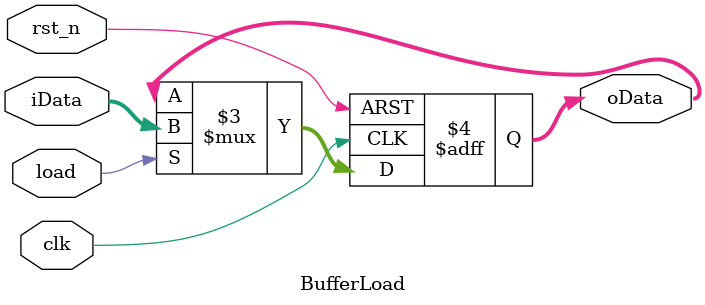
<source format=sv>
module BufferLoad #(
    parameter IWID = 10
) (
    input logic clk,
    input logic rst_n,
    input logic load,
    input logic [IWID - 1 : 0] iData,
    output logic [IWID - 1 : 0] oData
);
    
    always @(posedge clk or negedge rst_n) begin
        if (~rst_n) begin
            oData <= 'b0;
        end
        else begin
            oData <= load ? iData : oData;
        end
    end

endmodule
</source>
